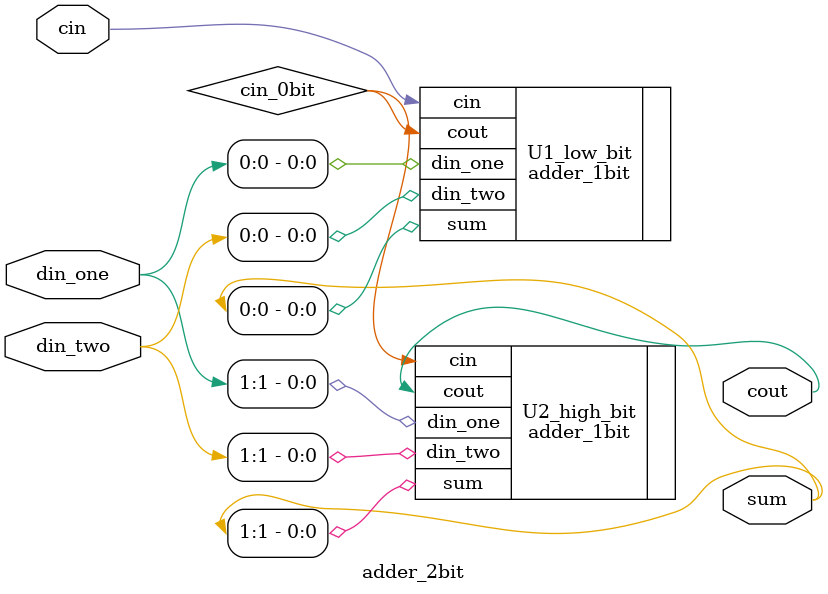
<source format=v>


module adder_2bit(
    input [1 : 0] din_one,  //µÚÒ»¸ö¼ÓÊý
    input [1 : 0] din_two,  //µÚ¶þ¸ö¼ÓÊý
    input cin,              //½øÎ»ÊäÈë
    
    output [1 : 0] sum,     //ºÍÊä³ö
    output cout             //½øÎ»Êä³ö
    );
    
    wire cin_0bit;          //µÍÎ»¼Ó·¨µÄ½øÎ»Êä³ö

//ÊµÀý»¯adder_1bitÊµÏÖµÍÎ»¼Ó·¨    
    adder_1bit U1_low_bit(
        .din_one(din_one[0]),
        .din_two(din_two[0]),
        .cin(cin),
        .sum(sum[0]),
        .cout(cin_0bit)
        );
    
//ÊµÀý»¯adder_1bitÊµÏÖ¸ßÎ»¼Ó·¨       
    adder_1bit U2_high_bit(
        .din_one(din_one[1]),
        .din_two(din_two[1]),
        .cin(cin_0bit),
        .sum(sum[1]),
        .cout(cout)
        );
        

//ÀûÓÃÄ£¿éÊµÀý»¯Óï¾äÊµÏÖ2Î»È«¼Ó²Ù×÷    
endmodule
// END OF adder_2bit.v FILE ***************************************************

    
   
</source>
